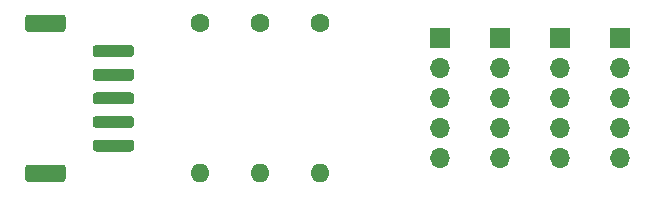
<source format=gbr>
G04 #@! TF.GenerationSoftware,KiCad,Pcbnew,8.0.3+1*
G04 #@! TF.CreationDate,2024-08-19T06:56:22+00:00*
G04 #@! TF.ProjectId,DDT_i2c_proto_breakboard,4444545f-6932-4635-9f70-726f746f5f62,r1*
G04 #@! TF.SameCoordinates,Original*
G04 #@! TF.FileFunction,Soldermask,Top*
G04 #@! TF.FilePolarity,Negative*
%FSLAX46Y46*%
G04 Gerber Fmt 4.6, Leading zero omitted, Abs format (unit mm)*
G04 Created by KiCad (PCBNEW 8.0.3+1) date 2024-08-19 06:56:22*
%MOMM*%
%LPD*%
G01*
G04 APERTURE LIST*
%ADD10R,1.700000X1.700000*%
%ADD11O,1.700000X1.700000*%
%ADD12C,1.600000*%
%ADD13O,1.600000X1.600000*%
G04 APERTURE END LIST*
D10*
X142240000Y-71125000D03*
D11*
X142240000Y-73665000D03*
X142240000Y-76205000D03*
X142240000Y-78745000D03*
X142240000Y-81285000D03*
D10*
X147320000Y-71125000D03*
D11*
X147320000Y-73665000D03*
X147320000Y-76205000D03*
X147320000Y-78745000D03*
X147320000Y-81285000D03*
D10*
X137160000Y-71125000D03*
D11*
X137160000Y-73665000D03*
X137160000Y-76205000D03*
X137160000Y-78745000D03*
X137160000Y-81285000D03*
D12*
X121920000Y-69850000D03*
D13*
X121920000Y-82550000D03*
D12*
X127000000Y-69850000D03*
D13*
X127000000Y-82550000D03*
D12*
X116840000Y-69850000D03*
D13*
X116840000Y-82550000D03*
D10*
X152400000Y-71125000D03*
D11*
X152400000Y-73665000D03*
X152400000Y-76205000D03*
X152400000Y-78745000D03*
X152400000Y-81285000D03*
G36*
G01*
X108030000Y-71700000D02*
X111030000Y-71700000D01*
G75*
G02*
X111280000Y-71950000I0J-250000D01*
G01*
X111280000Y-72450000D01*
G75*
G02*
X111030000Y-72700000I-250000J0D01*
G01*
X108030000Y-72700000D01*
G75*
G02*
X107780000Y-72450000I0J250000D01*
G01*
X107780000Y-71950000D01*
G75*
G02*
X108030000Y-71700000I250000J0D01*
G01*
G37*
G36*
G01*
X108030000Y-73700000D02*
X111030000Y-73700000D01*
G75*
G02*
X111280000Y-73950000I0J-250000D01*
G01*
X111280000Y-74450000D01*
G75*
G02*
X111030000Y-74700000I-250000J0D01*
G01*
X108030000Y-74700000D01*
G75*
G02*
X107780000Y-74450000I0J250000D01*
G01*
X107780000Y-73950000D01*
G75*
G02*
X108030000Y-73700000I250000J0D01*
G01*
G37*
G36*
G01*
X108030000Y-75700000D02*
X111030000Y-75700000D01*
G75*
G02*
X111280000Y-75950000I0J-250000D01*
G01*
X111280000Y-76450000D01*
G75*
G02*
X111030000Y-76700000I-250000J0D01*
G01*
X108030000Y-76700000D01*
G75*
G02*
X107780000Y-76450000I0J250000D01*
G01*
X107780000Y-75950000D01*
G75*
G02*
X108030000Y-75700000I250000J0D01*
G01*
G37*
G36*
G01*
X108030000Y-77700000D02*
X111030000Y-77700000D01*
G75*
G02*
X111280000Y-77950000I0J-250000D01*
G01*
X111280000Y-78450000D01*
G75*
G02*
X111030000Y-78700000I-250000J0D01*
G01*
X108030000Y-78700000D01*
G75*
G02*
X107780000Y-78450000I0J250000D01*
G01*
X107780000Y-77950000D01*
G75*
G02*
X108030000Y-77700000I250000J0D01*
G01*
G37*
G36*
G01*
X108030000Y-79700000D02*
X111030000Y-79700000D01*
G75*
G02*
X111280000Y-79950000I0J-250000D01*
G01*
X111280000Y-80450000D01*
G75*
G02*
X111030000Y-80700000I-250000J0D01*
G01*
X108030000Y-80700000D01*
G75*
G02*
X107780000Y-80450000I0J250000D01*
G01*
X107780000Y-79950000D01*
G75*
G02*
X108030000Y-79700000I250000J0D01*
G01*
G37*
G36*
G01*
X102330001Y-69100000D02*
X105229999Y-69100000D01*
G75*
G02*
X105480000Y-69350001I0J-250001D01*
G01*
X105480000Y-70349999D01*
G75*
G02*
X105229999Y-70600000I-250001J0D01*
G01*
X102330001Y-70600000D01*
G75*
G02*
X102080000Y-70349999I0J250001D01*
G01*
X102080000Y-69350001D01*
G75*
G02*
X102330001Y-69100000I250001J0D01*
G01*
G37*
G36*
G01*
X102330001Y-81800000D02*
X105229999Y-81800000D01*
G75*
G02*
X105480000Y-82050001I0J-250001D01*
G01*
X105480000Y-83049999D01*
G75*
G02*
X105229999Y-83300000I-250001J0D01*
G01*
X102330001Y-83300000D01*
G75*
G02*
X102080000Y-83049999I0J250001D01*
G01*
X102080000Y-82050001D01*
G75*
G02*
X102330001Y-81800000I250001J0D01*
G01*
G37*
M02*

</source>
